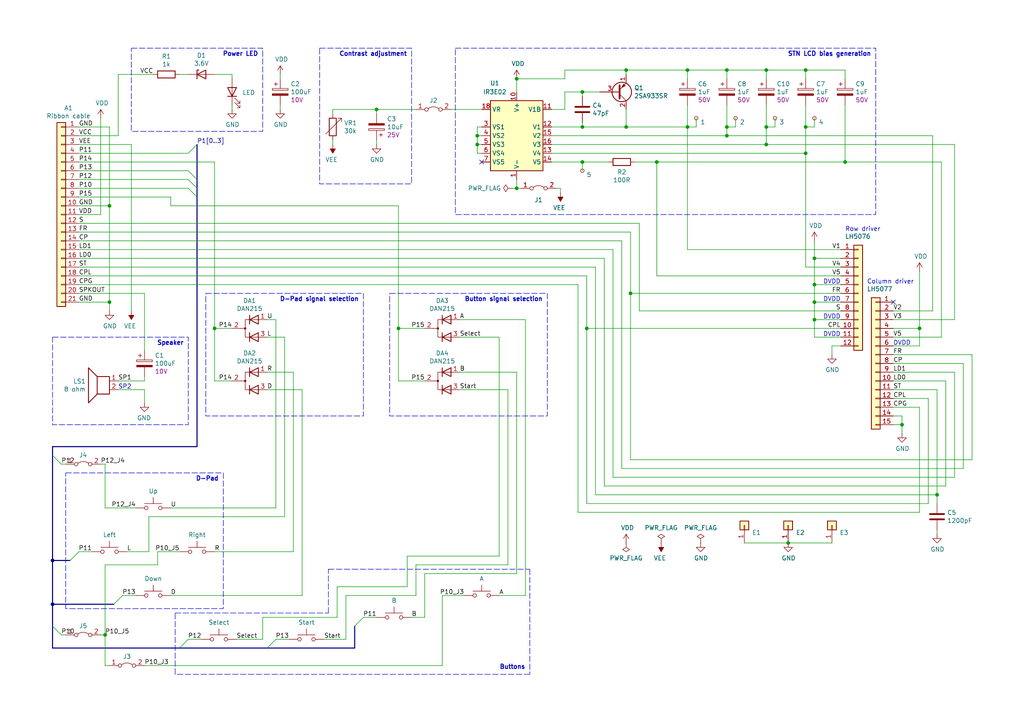
<source format=kicad_sch>
(kicad_sch (version 20230121) (generator eeschema)
  (paper "A4")
  (title_block (title "DMG-LCD-06") (date "2022-01-02") (rev "B") (company "https://gekkio.fi") (comment 1 "https://github.com/Gekkio/gb-schematics"))
  (lib_symbols
    (symbol "Connector:TestPoint_Small" (pin_numbers hide) (pin_names (offset 0.762) hide)
      (property "Reference" "TP" (at 0 3.81 0))
      (property "Value" "TestPoint_Small" (at 0 2.032 0))
      (symbol "TestPoint_Small_0_1"
        (circle (center 0 0) (radius 0.508))
      )
      (symbol "TestPoint_Small_1_1"
        (pin passive line (at 0 0 90) (length 0) (name "1") (number "1"))
      )
    )
    (symbol "Connector_Generic:Conn_01x01" (pin_names (offset 1.016) hide)
      (property "Reference" "J" (at 0 2.54 0))
      (property "Value" "Conn_01x01" (at 0 -2.54 0))
      (symbol "Conn_01x01_1_1"
        (rectangle (start -1.27 0.127) (end 0 -0.127) (stroke (width 0.1524)))
        (rectangle (start -1.27 1.27) (end 1.27 -1.27) (stroke (width 0.254)) (fill (type background)))
        (pin passive line (at -5.08 0 0) (length 3.81) (name "Pin_1") (number "1"))
      )
    )
    (symbol "Connector_Generic:Conn_01x12" (pin_names (offset 1.016) hide)
      (property "Reference" "J" (at 0 15.24 0))
      (property "Value" "Conn_01x12" (at 0 -17.78 0))
      (symbol "Conn_01x12_1_1"
        (rectangle (start -1.27 -15.113) (end 0 -15.367) (stroke (width 0.1524)))
        (rectangle (start -1.27 -12.573) (end 0 -12.827) (stroke (width 0.1524)))
        (rectangle (start -1.27 -10.033) (end 0 -10.287) (stroke (width 0.1524)))
        (rectangle (start -1.27 -7.493) (end 0 -7.747) (stroke (width 0.1524)))
        (rectangle (start -1.27 -4.953) (end 0 -5.207) (stroke (width 0.1524)))
        (rectangle (start -1.27 -2.413) (end 0 -2.667) (stroke (width 0.1524)))
        (rectangle (start -1.27 0.127) (end 0 -0.127) (stroke (width 0.1524)))
        (rectangle (start -1.27 2.667) (end 0 2.413) (stroke (width 0.1524)))
        (rectangle (start -1.27 5.207) (end 0 4.953) (stroke (width 0.1524)))
        (rectangle (start -1.27 7.747) (end 0 7.493) (stroke (width 0.1524)))
        (rectangle (start -1.27 10.287) (end 0 10.033) (stroke (width 0.1524)))
        (rectangle (start -1.27 12.827) (end 0 12.573) (stroke (width 0.1524)))
        (rectangle (start -1.27 13.97) (end 1.27 -16.51) (stroke (width 0.254)) (fill (type background)))
        (pin passive line (at -5.08 12.7 0) (length 3.81) (name "Pin_1") (number "1"))
        (pin passive line (at -5.08 -10.16 0) (length 3.81) (name "Pin_10") (number "10"))
        (pin passive line (at -5.08 -12.7 0) (length 3.81) (name "Pin_11") (number "11"))
        (pin passive line (at -5.08 -15.24 0) (length 3.81) (name "Pin_12") (number "12"))
        (pin passive line (at -5.08 10.16 0) (length 3.81) (name "Pin_2") (number "2"))
        (pin passive line (at -5.08 7.62 0) (length 3.81) (name "Pin_3") (number "3"))
        (pin passive line (at -5.08 5.08 0) (length 3.81) (name "Pin_4") (number "4"))
        (pin passive line (at -5.08 2.54 0) (length 3.81) (name "Pin_5") (number "5"))
        (pin passive line (at -5.08 0 0) (length 3.81) (name "Pin_6") (number "6"))
        (pin passive line (at -5.08 -2.54 0) (length 3.81) (name "Pin_7") (number "7"))
        (pin passive line (at -5.08 -5.08 0) (length 3.81) (name "Pin_8") (number "8"))
        (pin passive line (at -5.08 -7.62 0) (length 3.81) (name "Pin_9") (number "9"))
      )
    )
    (symbol "Connector_Generic:Conn_01x15" (pin_names (offset 1.016) hide)
      (property "Reference" "J" (at 0 20.32 0))
      (property "Value" "Conn_01x15" (at 0 -20.32 0))
      (symbol "Conn_01x15_1_1"
        (rectangle (start -1.27 -17.653) (end 0 -17.907) (stroke (width 0.1524)))
        (rectangle (start -1.27 -15.113) (end 0 -15.367) (stroke (width 0.1524)))
        (rectangle (start -1.27 -12.573) (end 0 -12.827) (stroke (width 0.1524)))
        (rectangle (start -1.27 -10.033) (end 0 -10.287) (stroke (width 0.1524)))
        (rectangle (start -1.27 -7.493) (end 0 -7.747) (stroke (width 0.1524)))
        (rectangle (start -1.27 -4.953) (end 0 -5.207) (stroke (width 0.1524)))
        (rectangle (start -1.27 -2.413) (end 0 -2.667) (stroke (width 0.1524)))
        (rectangle (start -1.27 0.127) (end 0 -0.127) (stroke (width 0.1524)))
        (rectangle (start -1.27 2.667) (end 0 2.413) (stroke (width 0.1524)))
        (rectangle (start -1.27 5.207) (end 0 4.953) (stroke (width 0.1524)))
        (rectangle (start -1.27 7.747) (end 0 7.493) (stroke (width 0.1524)))
        (rectangle (start -1.27 10.287) (end 0 10.033) (stroke (width 0.1524)))
        (rectangle (start -1.27 12.827) (end 0 12.573) (stroke (width 0.1524)))
        (rectangle (start -1.27 15.367) (end 0 15.113) (stroke (width 0.1524)))
        (rectangle (start -1.27 17.907) (end 0 17.653) (stroke (width 0.1524)))
        (rectangle (start -1.27 19.05) (end 1.27 -19.05) (stroke (width 0.254)) (fill (type background)))
        (pin passive line (at -5.08 17.78 0) (length 3.81) (name "Pin_1") (number "1"))
        (pin passive line (at -5.08 -5.08 0) (length 3.81) (name "Pin_10") (number "10"))
        (pin passive line (at -5.08 -7.62 0) (length 3.81) (name "Pin_11") (number "11"))
        (pin passive line (at -5.08 -10.16 0) (length 3.81) (name "Pin_12") (number "12"))
        (pin passive line (at -5.08 -12.7 0) (length 3.81) (name "Pin_13") (number "13"))
        (pin passive line (at -5.08 -15.24 0) (length 3.81) (name "Pin_14") (number "14"))
        (pin passive line (at -5.08 -17.78 0) (length 3.81) (name "Pin_15") (number "15"))
        (pin passive line (at -5.08 15.24 0) (length 3.81) (name "Pin_2") (number "2"))
        (pin passive line (at -5.08 12.7 0) (length 3.81) (name "Pin_3") (number "3"))
        (pin passive line (at -5.08 10.16 0) (length 3.81) (name "Pin_4") (number "4"))
        (pin passive line (at -5.08 7.62 0) (length 3.81) (name "Pin_5") (number "5"))
        (pin passive line (at -5.08 5.08 0) (length 3.81) (name "Pin_6") (number "6"))
        (pin passive line (at -5.08 2.54 0) (length 3.81) (name "Pin_7") (number "7"))
        (pin passive line (at -5.08 0 0) (length 3.81) (name "Pin_8") (number "8"))
        (pin passive line (at -5.08 -2.54 0) (length 3.81) (name "Pin_9") (number "9"))
      )
    )
    (symbol "Connector_Generic:Conn_01x21" (pin_names (offset 1.016) hide)
      (property "Reference" "J" (at 0 27.94 0))
      (property "Value" "Conn_01x21" (at 0 -27.94 0))
      (symbol "Conn_01x21_1_1"
        (rectangle (start -1.27 -25.273) (end 0 -25.527) (stroke (width 0.1524)))
        (rectangle (start -1.27 -22.733) (end 0 -22.987) (stroke (width 0.1524)))
        (rectangle (start -1.27 -20.193) (end 0 -20.447) (stroke (width 0.1524)))
        (rectangle (start -1.27 -17.653) (end 0 -17.907) (stroke (width 0.1524)))
        (rectangle (start -1.27 -15.113) (end 0 -15.367) (stroke (width 0.1524)))
        (rectangle (start -1.27 -12.573) (end 0 -12.827) (stroke (width 0.1524)))
        (rectangle (start -1.27 -10.033) (end 0 -10.287) (stroke (width 0.1524)))
        (rectangle (start -1.27 -7.493) (end 0 -7.747) (stroke (width 0.1524)))
        (rectangle (start -1.27 -4.953) (end 0 -5.207) (stroke (width 0.1524)))
        (rectangle (start -1.27 -2.413) (end 0 -2.667) (stroke (width 0.1524)))
        (rectangle (start -1.27 0.127) (end 0 -0.127) (stroke (width 0.1524)))
        (rectangle (start -1.27 2.667) (end 0 2.413) (stroke (width 0.1524)))
        (rectangle (start -1.27 5.207) (end 0 4.953) (stroke (width 0.1524)))
        (rectangle (start -1.27 7.747) (end 0 7.493) (stroke (width 0.1524)))
        (rectangle (start -1.27 10.287) (end 0 10.033) (stroke (width 0.1524)))
        (rectangle (start -1.27 12.827) (end 0 12.573) (stroke (width 0.1524)))
        (rectangle (start -1.27 15.367) (end 0 15.113) (stroke (width 0.1524)))
        (rectangle (start -1.27 17.907) (end 0 17.653) (stroke (width 0.1524)))
        (rectangle (start -1.27 20.447) (end 0 20.193) (stroke (width 0.1524)))
        (rectangle (start -1.27 22.987) (end 0 22.733) (stroke (width 0.1524)))
        (rectangle (start -1.27 25.527) (end 0 25.273) (stroke (width 0.1524)))
        (rectangle (start -1.27 26.67) (end 1.27 -26.67) (stroke (width 0.254)) (fill (type background)))
        (pin passive line (at -5.08 25.4 0) (length 3.81) (name "Pin_1") (number "1"))
        (pin passive line (at -5.08 2.54 0) (length 3.81) (name "Pin_10") (number "10"))
        (pin passive line (at -5.08 0 0) (length 3.81) (name "Pin_11") (number "11"))
        (pin passive line (at -5.08 -2.54 0) (length 3.81) (name "Pin_12") (number "12"))
        (pin passive line (at -5.08 -5.08 0) (length 3.81) (name "Pin_13") (number "13"))
        (pin passive line (at -5.08 -7.62 0) (length 3.81) (name "Pin_14") (number "14"))
        (pin passive line (at -5.08 -10.16 0) (length 3.81) (name "Pin_15") (number "15"))
        (pin passive line (at -5.08 -12.7 0) (length 3.81) (name "Pin_16") (number "16"))
        (pin passive line (at -5.08 -15.24 0) (length 3.81) (name "Pin_17") (number "17"))
        (pin passive line (at -5.08 -17.78 0) (length 3.81) (name "Pin_18") (number "18"))
        (pin passive line (at -5.08 -20.32 0) (length 3.81) (name "Pin_19") (number "19"))
        (pin passive line (at -5.08 22.86 0) (length 3.81) (name "Pin_2") (number "2"))
        (pin passive line (at -5.08 -22.86 0) (length 3.81) (name "Pin_20") (number "20"))
        (pin passive line (at -5.08 -25.4 0) (length 3.81) (name "Pin_21") (number "21"))
        (pin passive line (at -5.08 20.32 0) (length 3.81) (name "Pin_3") (number "3"))
        (pin passive line (at -5.08 17.78 0) (length 3.81) (name "Pin_4") (number "4"))
        (pin passive line (at -5.08 15.24 0) (length 3.81) (name "Pin_5") (number "5"))
        (pin passive line (at -5.08 12.7 0) (length 3.81) (name "Pin_6") (number "6"))
        (pin passive line (at -5.08 10.16 0) (length 3.81) (name "Pin_7") (number "7"))
        (pin passive line (at -5.08 7.62 0) (length 3.81) (name "Pin_8") (number "8"))
        (pin passive line (at -5.08 5.08 0) (length 3.81) (name "Pin_9") (number "9"))
      )
    )
    (symbol "Device:C" (pin_numbers hide) (pin_names (offset 0.254))
      (property "Reference" "C" (at 0.635 2.54 0))
      (property "Value" "C" (at 0.635 -2.54 0))
      (symbol "C_0_1"
        (polyline (pts (xy -2.032 -0.762) (xy 2.032 -0.762)) (stroke (width 0.508)))
        (polyline (pts (xy -2.032 0.762) (xy 2.032 0.762)) (stroke (width 0.508)))
      )
      (symbol "C_1_1"
        (pin passive line (at 0 3.81 270) (length 2.794) (name "~") (number "1"))
        (pin passive line (at 0 -3.81 90) (length 2.794) (name "~") (number "2"))
      )
    )
    (symbol "Device:C_Polarized" (pin_numbers hide) (pin_names (offset 0.254))
      (property "Reference" "C" (at 0.635 2.54 0))
      (property "Value" "C_Polarized" (at 0.635 -2.54 0))
      (symbol "C_Polarized_0_1"
        (rectangle (start -2.286 0.508) (end 2.286 1.016))
        (polyline (pts (xy -1.778 2.286) (xy -0.762 2.286)))
        (polyline (pts (xy -1.27 2.794) (xy -1.27 1.778)))
        (rectangle (start 2.286 -0.508) (end -2.286 -1.016) (fill (type outline)))
      )
      (symbol "C_Polarized_1_1"
        (pin passive line (at 0 3.81 270) (length 2.794) (name "~") (number "1"))
        (pin passive line (at 0 -3.81 90) (length 2.794) (name "~") (number "2"))
      )
    )
    (symbol "Device:D_Dual_CommonCathode_AKA_Parallel" (pin_names (offset 0.762) hide)
      (property "Reference" "D" (at 0 5.08 0))
      (property "Value" "D_Dual_CommonCathode_AKA_Parallel" (at 0 -5.08 0))
      (symbol "D_Dual_CommonCathode_AKA_Parallel_0_0"
        (polyline (pts (xy 0 -1.27) (xy 0 -3.81)) (stroke (width 0.254)))
        (polyline (pts (xy 0 3.81) (xy 0 1.27)) (stroke (width 0.254)))
      )
      (symbol "D_Dual_CommonCathode_AKA_Parallel_0_1"
        (polyline (pts (xy 1.27 0) (xy 2.54 0)))
        (polyline (pts (xy -2.54 -2.54) (xy 1.27 -2.54) (xy 1.27 2.54) (xy -2.54 2.54)))
        (polyline (pts (xy -2.54 -1.27) (xy 0 -2.54) (xy -2.54 -3.81) (xy -2.54 -1.27) (xy -2.54 -1.27) (xy -2.54 -1.27)) (stroke (width 0.254)))
        (polyline (pts (xy -2.54 3.81) (xy 0 2.54) (xy -2.54 1.27) (xy -2.54 3.81) (xy -2.54 3.81) (xy -2.54 3.81)) (stroke (width 0.254)))
        (circle (center 1.27 0) (radius 0.254) (fill (type outline)))
        (pin passive line (at -5.08 2.54 0) (length 2.54) (name "K") (number "1"))
        (pin passive line (at 5.08 0 180) (length 2.54) (name "A") (number "2"))
        (pin passive line (at -5.08 -2.54 0) (length 2.54) (name "K") (number "3"))
      )
    )
    (symbol "Device:D_Zener" (pin_numbers hide) (pin_names (offset 1.016) hide)
      (property "Reference" "D" (at 0 2.54 0))
      (property "Value" "D_Zener" (at 0 -2.54 0))
      (symbol "D_Zener_0_1"
        (polyline (pts (xy 1.27 0) (xy -1.27 0)))
        (polyline (pts (xy -1.27 -1.27) (xy -1.27 1.27) (xy -0.762 1.27)) (stroke (width 0.254)))
        (polyline (pts (xy 1.27 -1.27) (xy 1.27 1.27) (xy -1.27 0) (xy 1.27 -1.27)) (stroke (width 0.254)))
      )
      (symbol "D_Zener_1_1"
        (pin passive line (at -3.81 0 0) (length 2.54) (name "K") (number "1"))
        (pin passive line (at 3.81 0 180) (length 2.54) (name "A") (number "2"))
      )
    )
    (symbol "Device:LED" (pin_numbers hide) (pin_names (offset 1.016) hide)
      (property "Reference" "D" (at 0 2.54 0))
      (property "Value" "LED" (at 0 -2.54 0))
      (symbol "LED_0_1"
        (polyline (pts (xy -1.27 -1.27) (xy -1.27 1.27)) (stroke (width 0.254)))
        (polyline (pts (xy -1.27 0) (xy 1.27 0)))
        (polyline (pts (xy 1.27 -1.27) (xy 1.27 1.27) (xy -1.27 0) (xy 1.27 -1.27)) (stroke (width 0.254)))
        (polyline (pts (xy -3.048 -0.762) (xy -4.572 -2.286) (xy -3.81 -2.286) (xy -4.572 -2.286) (xy -4.572 -1.524)))
        (polyline (pts (xy -1.778 -0.762) (xy -3.302 -2.286) (xy -2.54 -2.286) (xy -3.302 -2.286) (xy -3.302 -1.524)))
      )
      (symbol "LED_1_1"
        (pin passive line (at -3.81 0 0) (length 2.54) (name "K") (number "1"))
        (pin passive line (at 3.81 0 180) (length 2.54) (name "A") (number "2"))
      )
    )
    (symbol "Device:Q_PNP_ECB" (pin_names (offset 0) hide)
      (property "Reference" "Q" (at 5.08 1.27 0))
      (property "Value" "Q_PNP_ECB" (at 5.08 -1.27 0))
      (symbol "Q_PNP_ECB_0_1"
        (polyline (pts (xy 0.635 0.635) (xy 2.54 2.54)))
        (polyline (pts (xy 0.635 -0.635) (xy 2.54 -2.54) (xy 2.54 -2.54)))
        (polyline (pts (xy 0.635 1.905) (xy 0.635 -1.905) (xy 0.635 -1.905)) (stroke (width 0.508)))
        (polyline (pts (xy 2.286 -1.778) (xy 1.778 -2.286) (xy 1.27 -1.27) (xy 2.286 -1.778) (xy 2.286 -1.778)) (fill (type outline)))
        (circle (center 1.27 0) (radius 2.8194) (stroke (width 0.254)))
      )
      (symbol "Q_PNP_ECB_1_1"
        (pin passive line (at 2.54 -5.08 90) (length 2.54) (name "E") (number "1"))
        (pin passive line (at 2.54 5.08 270) (length 2.54) (name "C") (number "2"))
        (pin input line (at -5.08 0 0) (length 5.715) (name "B") (number "3"))
      )
    )
    (symbol "Device:R" (pin_numbers hide) (pin_names (offset 0))
      (property "Reference" "R" (at 2.032 0 90))
      (property "Value" "R" (at 0 0 90))
      (symbol "R_0_1"
        (rectangle (start -1.016 -2.54) (end 1.016 2.54) (stroke (width 0.254)))
      )
      (symbol "R_1_1"
        (pin passive line (at 0 3.81 270) (length 1.27) (name "~") (number "1"))
        (pin passive line (at 0 -3.81 90) (length 1.27) (name "~") (number "2"))
      )
    )
    (symbol "Device:R_Variable" (pin_numbers hide) (pin_names (offset 0))
      (property "Reference" "R" (at 2.54 -2.54 90))
      (property "Value" "R_Variable" (at -2.54 -1.27 90))
      (symbol "R_Variable_0_1"
        (rectangle (start -1.016 -2.54) (end 1.016 2.54) (stroke (width 0.254)))
        (polyline (pts (xy 2.54 1.524) (xy 2.54 2.54) (xy 1.524 2.54) (xy 2.54 2.54) (xy -2.032 -2.032)))
      )
      (symbol "R_Variable_1_1"
        (pin passive line (at 0 3.81 270) (length 1.27) (name "~") (number "1"))
        (pin passive line (at 0 -3.81 90) (length 1.27) (name "~") (number "2"))
      )
    )
    (symbol "Device:Speaker" (pin_names (offset 0) hide)
      (property "Reference" "LS" (at 1.27 5.715 0))
      (property "Value" "Speaker" (at 1.27 3.81 0))
      (symbol "Speaker_0_0"
        (rectangle (start -2.54 1.27) (end 1.016 -3.81) (stroke (width 0.254)))
        (polyline (pts (xy 1.016 1.27) (xy 3.556 3.81) (xy 3.556 -6.35) (xy 1.016 -3.81)) (stroke (width 0.254)))
      )
      (symbol "Speaker_1_1"
        (pin input line (at -5.08 0 0) (length 2.54) (name "1") (number "1"))
        (pin input line (at -5.08 -2.54 0) (length 2.54) (name "2") (number "2"))
      )
    )
    (symbol "Gekkio_Regulator_Linear:IR3E02"
      (property "Reference" "U" (at -7.62 11.43 0))
      (property "Value" "IR3E02" (at 1.27 11.43 0))
      (symbol "IR3E02_0_1"
        (rectangle (start -7.62 10.16) (end 7.62 -10.16) (stroke (width 0.254)) (fill (type background)))
      )
      (symbol "IR3E02_1_1"
        (pin power_in line (at 0 -12.7 90) (length 2.54) (name "V-") (number "1"))
        (pin power_in line (at 0 12.7 270) (length 2.54) (name "V+") (number "10"))
        (pin output line (at 10.16 7.62 180) (length 2.54) (name "V1B") (number "11"))
        (pin input line (at 10.16 2.54 180) (length 2.54) (name "V1") (number "12"))
        (pin output line (at 10.16 -5.08 180) (length 2.54) (name "V4") (number "13"))
        (pin output line (at 10.16 -7.62 180) (length 2.54) (name "V5") (number "14"))
        (pin output line (at 10.16 0 180) (length 2.54) (name "V2") (number "15"))
        (pin output line (at 10.16 -2.54 180) (length 2.54) (name "V3") (number "16"))
        (pin input line (at -10.16 7.62 0) (length 2.54) (name "VR") (number "18"))
        (pin no_connect line (at -2.54 -10.16 90) (length 2.54) hide (name "NC") (number "2"))
        (pin passive line (at -10.16 2.54 0) (length 2.54) (name "VS1") (number "3"))
        (pin passive line (at -10.16 0 0) (length 2.54) (name "VS2") (number "4"))
        (pin passive line (at -10.16 -2.54 0) (length 2.54) (name "VS3") (number "5"))
        (pin passive line (at -10.16 -5.08 0) (length 2.54) (name "VS4") (number "6"))
        (pin passive line (at -10.16 -7.62 0) (length 2.54) (name "VS5") (number "7"))
        (pin no_connect line (at 2.54 -10.16 90) (length 2.54) hide (name "NC") (number "8"))
        (pin passive line (at 0 -12.7 90) (length 2.54) hide (name "V-") (number "9"))
      )
    )
    (symbol "Jumper:Jumper_2_Bridged" (pin_names (offset 0) hide)
      (property "Reference" "JP" (at 0 1.905 0))
      (property "Value" "Jumper_2_Bridged" (at 0 -2.54 0))
      (symbol "Jumper_2_Bridged_0_0"
        (circle (center -2.032 0) (radius 0.508))
        (circle (center 2.032 0) (radius 0.508))
      )
      (symbol "Jumper_2_Bridged_0_1"
        (arc (start 1.524 0.254) (mid 0 0.762) (end -1.524 0.254))
      )
      (symbol "Jumper_2_Bridged_1_1"
        (pin passive line (at -5.08 0 0) (length 2.54) (name "A") (number "1"))
        (pin passive line (at 5.08 0 180) (length 2.54) (name "B") (number "2"))
      )
    )
    (symbol "Switch:SW_Push" (pin_numbers hide) (pin_names (offset 1.016) hide)
      (property "Reference" "SW" (at 1.27 2.54 0))
      (property "Value" "SW_Push" (at 0 -1.524 0))
      (symbol "SW_Push_0_1"
        (circle (center -2.032 0) (radius 0.508))
        (polyline (pts (xy 0 1.27) (xy 0 3.048)))
        (polyline (pts (xy 2.54 1.27) (xy -2.54 1.27)))
        (circle (center 2.032 0) (radius 0.508))
        (pin passive line (at -5.08 0 0) (length 2.54) (name "1") (number "1"))
        (pin passive line (at 5.08 0 180) (length 2.54) (name "2") (number "2"))
      )
    )
    (symbol "power:GND" (power) (pin_names (offset 0))
      (property "Value" "GND" (at 0 -3.81 0))
      (symbol "GND_0_1"
        (polyline (pts (xy 0 0) (xy 0 -1.27) (xy 1.27 -1.27) (xy 0 -2.54) (xy -1.27 -1.27) (xy 0 -1.27)))
      )
      (symbol "GND_1_1"
        (pin power_in line (at 0 0 270) (length 0) hide (name "GND") (number "1"))
      )
    )
    (symbol "power:PWR_FLAG" (power) (pin_numbers hide) (pin_names (offset 0) hide)
      (property "Value" "PWR_FLAG" (at 0 3.81 0))
      (symbol "PWR_FLAG_0_0"
        (pin power_out line (at 0 0 90) (length 0) (name "pwr") (number "1"))
      )
      (symbol "PWR_FLAG_0_1"
        (polyline (pts (xy 0 0) (xy 0 1.27) (xy -1.016 1.905) (xy 0 2.54) (xy 1.016 1.905) (xy 0 1.27)))
      )
    )
    (symbol "power:VDD" (power) (pin_names (offset 0))
      (property "Value" "VDD" (at 0 3.81 0))
      (symbol "VDD_0_1"
        (polyline (pts (xy -0.762 1.27) (xy 0 2.54)))
        (polyline (pts (xy 0 0) (xy 0 2.54)))
        (polyline (pts (xy 0 2.54) (xy 0.762 1.27)))
      )
      (symbol "VDD_1_1"
        (pin power_in line (at 0 0 90) (length 0) hide (name "VDD") (number "1"))
      )
    )
    (symbol "power:VEE" (power) (pin_names (offset 0))
      (property "Value" "VEE" (at 0 3.81 0))
      (symbol "VEE_0_1"
        (polyline (pts (xy 0 0) (xy 0 2.54)))
        (polyline (pts (xy 0.762 1.27) (xy -0.762 1.27) (xy 0 2.54) (xy 0.762 1.27)) (fill (type outline)))
      )
      (symbol "VEE_1_1"
        (pin power_in line (at 0 0 90) (length 0) hide (name "VEE") (number "1"))
      )
    )
  )
  (junction (at 222.25 41.91))
  (junction (at 271.78 143.51))
  (junction (at 62.23 95.25))
  (junction (at 245.11 46.99))
  (junction (at 168.91 46.99))
  (junction (at 30.48 184.15))
  (junction (at 168.91 36.83))
  (junction (at 266.7 95.25))
  (junction (at 31.75 87.63))
  (junction (at 190.5 46.99))
  (junction (at 233.68 36.83))
  (junction (at 236.22 82.55))
  (junction (at 233.68 20.32))
  (junction (at 149.86 54.61))
  (junction (at 222.25 20.32))
  (junction (at 109.22 31.75))
  (junction (at 149.86 22.86))
  (junction (at 210.82 20.32))
  (junction (at 199.39 20.32))
  (junction (at 115.57 95.25))
  (junction (at 181.61 36.83))
  (junction (at 222.25 36.83))
  (junction (at 170.18 95.25))
  (junction (at 199.39 36.83))
  (junction (at 210.82 36.83))
  (junction (at 181.61 20.32))
  (junction (at 15.24 162.56))
  (junction (at 31.75 59.69))
  (junction (at 182.88 85.09))
  (junction (at 138.43 41.91))
  (junction (at 15.24 175.26))
  (junction (at 236.22 87.63))
  (junction (at 168.91 26.67))
  (junction (at 138.43 39.37))
  (junction (at 236.22 74.93))
  (junction (at 261.62 123.19))
  (junction (at 210.82 39.37))
  (junction (at 233.68 44.45))
  (junction (at 236.22 92.71))
  (junction (at 228.6 157.48))
  (no_connect (at 139.7 46.99))
  (no_connect (at 259.08 87.63))
  (bus_entry (at 33.02 175.26) (size 2.54 -2.54))
  (bus_entry (at 102.87 181.61) (size 2.54 -2.54))
  (bus_entry (at 15.24 132.08) (size 2.54 2.54))
  (bus_entry (at 54.61 44.45) (size 2.54 -2.54))
  (bus_entry (at 20.32 162.56) (size 2.54 -2.54))
  (bus_entry (at 54.61 49.53) (size 2.54 2.54))
  (bus_entry (at 52.07 187.96) (size 2.54 -2.54))
  (bus_entry (at 54.61 52.07) (size 2.54 2.54))
  (bus_entry (at 15.24 181.61) (size 2.54 2.54))
  (bus_entry (at 54.61 54.61) (size 2.54 2.54))
  (bus_entry (at 77.47 187.96) (size 2.54 -2.54))
  (bus (pts (xy 15.24 129.54) (xy 57.15 129.54)))
  (wire (pts (xy 22.86 39.37) (xy 34.29 39.37)))
  (bus (pts (xy 57.15 41.91) (xy 57.15 52.07)))
  (wire (pts (xy 182.88 67.31) (xy 182.88 85.09)))
  (wire (pts (xy 185.42 64.77) (xy 185.42 90.17)))
  (wire (pts (xy 97.79 170.18) (xy 118.11 170.18)))
  (wire (pts (xy 22.86 49.53) (xy 54.61 49.53)))
  (wire (pts (xy 160.02 41.91) (xy 222.25 41.91)))
  (wire (pts (xy 241.3 100.33) (xy 243.84 100.33)))
  (wire (pts (xy 261.62 125.73) (xy 261.62 123.19)))
  (wire (pts (xy 259.08 113.03) (xy 271.78 113.03)))
  (wire (pts (xy 29.21 134.62) (xy 30.48 134.62)))
  (wire (pts (xy 281.94 102.87) (xy 281.94 133.35)))
  (wire (pts (xy 67.31 31.75) (xy 67.31 30.48)))
  (wire (pts (xy 199.39 36.83) (xy 201.93 36.83)))
  (wire (pts (xy 80.01 92.71) (xy 80.01 147.32)))
  (wire (pts (xy 96.52 33.02) (xy 96.52 31.75)))
  (wire (pts (xy 213.36 36.83) (xy 213.36 34.29)))
  (wire (pts (xy 77.47 97.79) (xy 82.55 97.79)))
  (wire (pts (xy 22.86 80.01) (xy 170.18 80.01)))
  (wire (pts (xy 31.75 87.63) (xy 31.75 90.17)))
  (wire (pts (xy 168.91 35.56) (xy 168.91 36.83)))
  (bus (pts (xy 57.15 52.07) (xy 57.15 54.61)))
  (wire (pts (xy 222.25 41.91) (xy 276.86 41.91)))
  (wire (pts (xy 41.91 193.04) (xy 128.27 193.04)))
  (wire (pts (xy 96.52 41.91) (xy 96.52 40.64)))
  (wire (pts (xy 199.39 20.32) (xy 199.39 22.86)))
  (wire (pts (xy 80.01 147.32) (xy 49.53 147.32)))
  (wire (pts (xy 168.91 26.67) (xy 173.99 26.67)))
  (wire (pts (xy 31.75 87.63) (xy 31.75 59.69)))
  (wire (pts (xy 139.7 41.91) (xy 138.43 41.91)))
  (bus (pts (xy 57.15 57.15) (xy 57.15 129.54)))
  (wire (pts (xy 22.86 41.91) (xy 38.1 41.91)))
  (wire (pts (xy 22.86 54.61) (xy 54.61 54.61)))
  (wire (pts (xy 100.33 172.72) (xy 120.65 172.72)))
  (wire (pts (xy 68.58 185.42) (xy 76.2 185.42)))
  (wire (pts (xy 233.68 36.83) (xy 236.22 36.83)))
  (wire (pts (xy 228.6 157.48) (xy 215.9 157.48)))
  (wire (pts (xy 22.86 87.63) (xy 31.75 87.63)))
  (wire (pts (xy 271.78 146.05) (xy 271.78 143.51)))
  (wire (pts (xy 45.72 163.83) (xy 30.48 163.83)))
  (wire (pts (xy 259.08 110.49) (xy 274.32 110.49)))
  (wire (pts (xy 259.08 97.79) (xy 273.05 97.79)))
  (wire (pts (xy 163.83 20.32) (xy 163.83 22.86)))
  (wire (pts (xy 49.53 59.69) (xy 115.57 59.69)))
  (wire (pts (xy 210.82 39.37) (xy 270.51 39.37)))
  (wire (pts (xy 170.18 95.25) (xy 170.18 146.05)))
  (wire (pts (xy 276.86 41.91) (xy 276.86 92.71)))
  (wire (pts (xy 62.23 95.25) (xy 62.23 110.49)))
  (wire (pts (xy 181.61 36.83) (xy 199.39 36.83)))
  (wire (pts (xy 152.4 92.71) (xy 133.35 92.71)))
  (polyline (pts (xy 95.25 165.1) (xy 153.67 165.1)) (stroke (width 0) (type dash)))
  (wire (pts (xy 259.08 100.33) (xy 266.7 100.33)))
  (wire (pts (xy 148.59 54.61) (xy 149.86 54.61)))
  (wire (pts (xy 210.82 36.83) (xy 213.36 36.83)))
  (wire (pts (xy 233.68 36.83) (xy 233.68 44.45)))
  (wire (pts (xy 266.7 95.25) (xy 266.7 78.74)))
  (wire (pts (xy 163.83 22.86) (xy 149.86 22.86)))
  (wire (pts (xy 41.91 116.84) (xy 41.91 113.03)))
  (wire (pts (xy 19.05 184.15) (xy 17.78 184.15)))
  (wire (pts (xy 259.08 120.65) (xy 261.62 120.65)))
  (wire (pts (xy 182.88 85.09) (xy 182.88 133.35)))
  (wire (pts (xy 22.86 72.39) (xy 177.8 72.39)))
  (wire (pts (xy 168.91 36.83) (xy 181.61 36.83)))
  (wire (pts (xy 279.4 105.41) (xy 279.4 135.89)))
  (wire (pts (xy 271.78 154.94) (xy 271.78 153.67)))
  (wire (pts (xy 96.52 31.75) (xy 109.22 31.75)))
  (wire (pts (xy 266.7 100.33) (xy 266.7 95.25)))
  (wire (pts (xy 123.19 95.25) (xy 115.57 95.25)))
  (wire (pts (xy 34.29 110.49) (xy 41.91 110.49)))
  (wire (pts (xy 83.82 185.42) (xy 80.01 185.42)))
  (wire (pts (xy 222.25 20.32) (xy 222.25 22.86)))
  (wire (pts (xy 22.86 67.31) (xy 182.88 67.31)))
  (wire (pts (xy 115.57 95.25) (xy 115.57 59.69)))
  (wire (pts (xy 241.3 102.87) (xy 241.3 100.33)))
  (wire (pts (xy 245.11 20.32) (xy 245.11 22.86)))
  (polyline (pts (xy 153.67 195.58) (xy 50.8 195.58)) (stroke (width 0) (type dash)))
  (wire (pts (xy 41.91 113.03) (xy 34.29 113.03)))
  (wire (pts (xy 52.07 21.59) (xy 54.61 21.59)))
  (wire (pts (xy 270.51 90.17) (xy 259.08 90.17)))
  (wire (pts (xy 276.86 92.71) (xy 259.08 92.71)))
  (wire (pts (xy 119.38 179.07) (xy 123.19 179.07)))
  (wire (pts (xy 29.21 34.29) (xy 29.21 62.23)))
  (wire (pts (xy 123.19 166.37) (xy 149.86 166.37)))
  (wire (pts (xy 236.22 87.63) (xy 243.84 87.63)))
  (wire (pts (xy 87.63 172.72) (xy 87.63 113.03)))
  (wire (pts (xy 67.31 95.25) (xy 62.23 95.25)))
  (wire (pts (xy 245.11 46.99) (xy 273.05 46.99)))
  (wire (pts (xy 245.11 30.48) (xy 245.11 46.99)))
  (wire (pts (xy 269.24 115.57) (xy 269.24 146.05)))
  (wire (pts (xy 85.09 107.95) (xy 85.09 160.02)))
  (wire (pts (xy 26.67 160.02) (xy 22.86 160.02)))
  (wire (pts (xy 190.5 80.01) (xy 190.5 46.99)))
  (wire (pts (xy 236.22 36.83) (xy 236.22 34.29)))
  (wire (pts (xy 49.53 57.15) (xy 49.53 59.69)))
  (wire (pts (xy 236.22 69.85) (xy 236.22 74.93)))
  (wire (pts (xy 109.22 179.07) (xy 105.41 179.07)))
  (wire (pts (xy 139.7 36.83) (xy 138.43 36.83)))
  (bus (pts (xy 33.02 175.26) (xy 15.24 175.26)))
  (wire (pts (xy 115.57 110.49) (xy 115.57 95.25)))
  (wire (pts (xy 163.83 31.75) (xy 163.83 26.67)))
  (wire (pts (xy 270.51 39.37) (xy 270.51 90.17)))
  (bus (pts (xy 15.24 162.56) (xy 15.24 175.26)))
  (wire (pts (xy 149.86 107.95) (xy 133.35 107.95)))
  (wire (pts (xy 97.79 179.07) (xy 97.79 170.18)))
  (wire (pts (xy 222.25 36.83) (xy 224.79 36.83)))
  (wire (pts (xy 236.22 92.71) (xy 243.84 92.71)))
  (wire (pts (xy 175.26 140.97) (xy 274.32 140.97)))
  (wire (pts (xy 273.05 46.99) (xy 273.05 97.79)))
  (wire (pts (xy 38.1 41.91) (xy 38.1 90.17)))
  (wire (pts (xy 149.86 52.07) (xy 149.86 54.61)))
  (wire (pts (xy 170.18 146.05) (xy 269.24 146.05)))
  (wire (pts (xy 233.68 77.47) (xy 243.84 77.47)))
  (wire (pts (xy 181.61 20.32) (xy 163.83 20.32)))
  (wire (pts (xy 243.84 80.01) (xy 190.5 80.01)))
  (bus (pts (xy 15.24 175.26) (xy 15.24 181.61)))
  (wire (pts (xy 170.18 80.01) (xy 170.18 95.25)))
  (wire (pts (xy 30.48 134.62) (xy 30.48 147.32)))
  (wire (pts (xy 138.43 44.45) (xy 139.7 44.45)))
  (wire (pts (xy 81.28 31.75) (xy 81.28 30.48)))
  (wire (pts (xy 29.21 184.15) (xy 30.48 184.15)))
  (wire (pts (xy 139.7 39.37) (xy 138.43 39.37)))
  (wire (pts (xy 52.07 160.02) (xy 45.72 160.02)))
  (wire (pts (xy 123.19 179.07) (xy 123.19 166.37)))
  (wire (pts (xy 128.27 172.72) (xy 134.62 172.72)))
  (wire (pts (xy 236.22 97.79) (xy 243.84 97.79)))
  (wire (pts (xy 236.22 97.79) (xy 236.22 92.71)))
  (wire (pts (xy 77.47 107.95) (xy 85.09 107.95)))
  (wire (pts (xy 236.22 82.55) (xy 243.84 82.55)))
  (wire (pts (xy 181.61 31.75) (xy 181.61 36.83)))
  (wire (pts (xy 30.48 184.15) (xy 30.48 193.04)))
  (bus (pts (xy 52.07 187.96) (xy 77.47 187.96)))
  (wire (pts (xy 172.72 143.51) (xy 172.72 77.47)))
  (wire (pts (xy 144.78 97.79) (xy 133.35 97.79)))
  (wire (pts (xy 22.86 82.55) (xy 167.64 82.55)))
  (wire (pts (xy 76.2 179.07) (xy 97.79 179.07)))
  (wire (pts (xy 162.56 54.61) (xy 161.29 54.61)))
  (bus (pts (xy 15.24 129.54) (xy 15.24 132.08)))
  (wire (pts (xy 279.4 135.89) (xy 180.34 135.89)))
  (wire (pts (xy 261.62 123.19) (xy 259.08 123.19)))
  (wire (pts (xy 85.09 160.02) (xy 62.23 160.02)))
  (wire (pts (xy 177.8 138.43) (xy 276.86 138.43)))
  (wire (pts (xy 22.86 74.93) (xy 175.26 74.93)))
  (wire (pts (xy 81.28 21.59) (xy 81.28 22.86)))
  (wire (pts (xy 160.02 46.99) (xy 168.91 46.99)))
  (bus (pts (xy 77.47 187.96) (xy 102.87 187.96)))
  (wire (pts (xy 39.37 172.72) (xy 35.56 172.72)))
  (wire (pts (xy 210.82 36.83) (xy 210.82 39.37)))
  (wire (pts (xy 49.53 172.72) (xy 87.63 172.72)))
  (wire (pts (xy 199.39 30.48) (xy 199.39 36.83)))
  (wire (pts (xy 41.91 101.6) (xy 41.91 85.09)))
  (polyline (pts (xy 95.25 177.8) (xy 95.25 165.1)) (stroke (width 0) (type dash)))
  (wire (pts (xy 118.11 161.29) (xy 144.78 161.29)))
  (wire (pts (xy 123.19 110.49) (xy 115.57 110.49)))
  (wire (pts (xy 22.86 85.09) (xy 41.91 85.09)))
  (wire (pts (xy 87.63 113.03) (xy 77.47 113.03)))
  (wire (pts (xy 54.61 52.07) (xy 22.86 52.07)))
  (wire (pts (xy 62.23 21.59) (xy 67.31 21.59)))
  (wire (pts (xy 233.68 44.45) (xy 233.68 77.47)))
  (wire (pts (xy 22.86 59.69) (xy 31.75 59.69)))
  (wire (pts (xy 62.23 46.99) (xy 62.23 95.25)))
  (wire (pts (xy 130.81 31.75) (xy 139.7 31.75)))
  (wire (pts (xy 22.86 46.99) (xy 62.23 46.99)))
  (wire (pts (xy 168.91 27.94) (xy 168.91 26.67)))
  (wire (pts (xy 236.22 87.63) (xy 236.22 92.71)))
  (wire (pts (xy 160.02 39.37) (xy 210.82 39.37)))
  (wire (pts (xy 41.91 110.49) (xy 41.91 109.22)))
  (wire (pts (xy 22.86 57.15) (xy 49.53 57.15)))
  (wire (pts (xy 43.18 149.86) (xy 82.55 149.86)))
  (wire (pts (xy 172.72 143.51) (xy 271.78 143.51)))
  (wire (pts (xy 147.32 113.03) (xy 133.35 113.03)))
  (polyline (pts (xy 50.8 195.58) (xy 50.8 177.8)) (stroke (width 0) (type dash)))
  (wire (pts (xy 210.82 20.32) (xy 199.39 20.32)))
  (wire (pts (xy 222.25 36.83) (xy 222.25 41.91)))
  (wire (pts (xy 259.08 102.87) (xy 281.94 102.87)))
  (wire (pts (xy 22.86 44.45) (xy 54.61 44.45)))
  (wire (pts (xy 168.91 49.53) (xy 168.91 46.99)))
  (wire (pts (xy 19.05 134.62) (xy 17.78 134.62)))
  (wire (pts (xy 276.86 138.43) (xy 276.86 107.95)))
  (wire (pts (xy 30.48 147.32) (xy 39.37 147.32)))
  (wire (pts (xy 149.86 54.61) (xy 151.13 54.61)))
  (wire (pts (xy 77.47 92.71) (xy 80.01 92.71)))
  (wire (pts (xy 149.86 107.95) (xy 149.86 166.37)))
  (wire (pts (xy 76.2 185.42) (xy 76.2 179.07)))
  (wire (pts (xy 201.93 34.29) (xy 201.93 36.83)))
  (bus (pts (xy 57.15 54.61) (xy 57.15 57.15)))
  (wire (pts (xy 128.27 193.04) (xy 128.27 172.72)))
  (wire (pts (xy 199.39 20.32) (xy 181.61 20.32)))
  (wire (pts (xy 245.11 20.32) (xy 233.68 20.32)))
  (wire (pts (xy 67.31 21.59) (xy 67.31 22.86)))
  (wire (pts (xy 22.86 69.85) (xy 180.34 69.85)))
  (bus (pts (xy 15.24 132.08) (xy 15.24 162.56)))
  (wire (pts (xy 138.43 36.83) (xy 138.43 39.37)))
  (wire (pts (xy 222.25 30.48) (xy 222.25 36.83)))
  (wire (pts (xy 118.11 170.18) (xy 118.11 161.29)))
  (wire (pts (xy 266.7 148.59) (xy 167.64 148.59)))
  (bus (pts (xy 102.87 187.96) (xy 102.87 181.61)))
  (wire (pts (xy 185.42 90.17) (xy 243.84 90.17)))
  (wire (pts (xy 259.08 105.41) (xy 279.4 105.41)))
  (wire (pts (xy 210.82 30.48) (xy 210.82 36.83)))
  (wire (pts (xy 45.72 160.02) (xy 45.72 163.83)))
  (wire (pts (xy 241.3 157.48) (xy 228.6 157.48)))
  (wire (pts (xy 22.86 64.77) (xy 185.42 64.77)))
  (wire (pts (xy 163.83 26.67) (xy 168.91 26.67)))
  (wire (pts (xy 199.39 72.39) (xy 243.84 72.39)))
  (wire (pts (xy 168.91 46.99) (xy 176.53 46.99)))
  (wire (pts (xy 144.78 172.72) (xy 152.4 172.72)))
  (wire (pts (xy 182.88 85.09) (xy 243.84 85.09)))
  (wire (pts (xy 160.02 36.83) (xy 168.91 36.83)))
  (wire (pts (xy 259.08 118.11) (xy 266.7 118.11)))
  (wire (pts (xy 182.88 133.35) (xy 281.94 133.35)))
  (wire (pts (xy 160.02 31.75) (xy 163.83 31.75)))
  (wire (pts (xy 210.82 20.32) (xy 210.82 22.86)))
  (wire (pts (xy 167.64 82.55) (xy 167.64 148.59)))
  (wire (pts (xy 190.5 46.99) (xy 245.11 46.99)))
  (wire (pts (xy 181.61 20.32) (xy 181.61 21.59)))
  (wire (pts (xy 82.55 97.79) (xy 82.55 149.86)))
  (wire (pts (xy 236.22 74.93) (xy 243.84 74.93)))
  (wire (pts (xy 138.43 39.37) (xy 138.43 41.91)))
  (bus (pts (xy 20.32 162.56) (xy 15.24 162.56)))
  (wire (pts (xy 224.79 36.83) (xy 224.79 34.29)))
  (wire (pts (xy 58.42 185.42) (xy 54.61 185.42)))
  (wire (pts (xy 100.33 185.42) (xy 100.33 172.72)))
  (wire (pts (xy 31.75 36.83) (xy 22.86 36.83)))
  (wire (pts (xy 261.62 120.65) (xy 261.62 123.19)))
  (wire (pts (xy 236.22 82.55) (xy 236.22 87.63)))
  (wire (pts (xy 147.32 113.03) (xy 147.32 163.83)))
  (wire (pts (xy 175.26 140.97) (xy 175.26 74.93)))
  (wire (pts (xy 109.22 33.02) (xy 109.22 31.75)))
  (polyline (pts (xy 153.67 165.1) (xy 153.67 195.58)) (stroke (width 0) (type dash)))
  (wire (pts (xy 120.65 31.75) (xy 109.22 31.75)))
  (polyline (pts (xy 50.8 177.8) (xy 95.25 177.8)) (stroke (width 0) (type dash)))
  (wire (pts (xy 43.18 160.02) (xy 43.18 149.86)))
  (wire (pts (xy 30.48 193.04) (xy 31.75 193.04)))
  (wire (pts (xy 160.02 44.45) (xy 233.68 44.45)))
  (bus (pts (xy 15.24 187.96) (xy 52.07 187.96)))
  (wire (pts (xy 271.78 113.03) (xy 271.78 143.51)))
  (wire (pts (xy 177.8 72.39) (xy 177.8 138.43)))
  (wire (pts (xy 236.22 74.93) (xy 236.22 82.55)))
  (wire (pts (xy 180.34 135.89) (xy 180.34 69.85)))
  (wire (pts (xy 259.08 115.57) (xy 269.24 115.57)))
  (wire (pts (xy 147.32 163.83) (xy 120.65 163.83)))
  (wire (pts (xy 149.86 22.86) (xy 149.86 26.67)))
  (wire (pts (xy 138.43 41.91) (xy 138.43 44.45)))
  (wire (pts (xy 233.68 30.48) (xy 233.68 36.83)))
  (wire (pts (xy 22.86 77.47) (xy 172.72 77.47)))
  (wire (pts (xy 109.22 41.91) (xy 109.22 40.64)))
  (wire (pts (xy 162.56 55.88) (xy 162.56 54.61)))
  (wire (pts (xy 44.45 21.59) (xy 34.29 21.59)))
  (wire (pts (xy 144.78 97.79) (xy 144.78 161.29)))
  (wire (pts (xy 190.5 46.99) (xy 184.15 46.99)))
  (wire (pts (xy 36.83 160.02) (xy 43.18 160.02)))
  (wire (pts (xy 222.25 20.32) (xy 210.82 20.32)))
  (wire (pts (xy 22.86 62.23) (xy 29.21 62.23)))
  (wire (pts (xy 152.4 92.71) (xy 152.4 172.72)))
  (wire (pts (xy 34.29 21.59) (xy 34.29 39.37)))
  (wire (pts (xy 259.08 95.25) (xy 266.7 95.25)))
  (wire (pts (xy 199.39 36.83) (xy 199.39 72.39)))
  (wire (pts (xy 30.48 163.83) (xy 30.48 184.15)))
  (wire (pts (xy 266.7 118.11) (xy 266.7 148.59)))
  (wire (pts (xy 170.18 95.25) (xy 243.84 95.25)))
  (wire (pts (xy 62.23 110.49) (xy 67.31 110.49)))
  (wire (pts (xy 276.86 107.95) (xy 259.08 107.95)))
  (wire (pts (xy 120.65 172.72) (xy 120.65 163.83)))
  (wire (pts (xy 233.68 20.32) (xy 222.25 20.32)))
  (wire (pts (xy 31.75 59.69) (xy 31.75 36.83)))
  (bus (pts (xy 15.24 181.61) (xy 15.24 187.96)))
  (wire (pts (xy 93.98 185.42) (xy 100.33 185.42)))
  (wire (pts (xy 233.68 20.32) (xy 233.68 22.86)))
  (wire (pts (xy 274.32 110.49) (xy 274.32 140.97)))
  (rectangle (start 19.05 137.16) (end 64.77 176.53) (stroke (width 0) (type dash)))
  (rectangle (start 15.24 97.79) (end 54.61 123.19) (stroke (width 0) (type dash)))
  (rectangle (start 92.71 13.97) (end 119.38 53.34) (stroke (width 0) (type dash)))
  (rectangle (start 132.08 13.97) (end 254 62.23) (stroke (width 0) (type dash)))
  (rectangle (start 59.69 85.09) (end 105.41 120.65) (stroke (width 0) (type dash)))
  (rectangle (start 113.03 85.09) (end 158.75 120.65) (stroke (width 0) (type dash)))
  (rectangle (start 38.1 13.97) (end 76.2 38.1) (stroke (width 0) (type dash)))
  (text "DVDD" (at 243.84 92.71 0) (effects (font (size 1.27 1.27)) (justify right bottom)))
  (text "Contrast adjustment" (at 118.11 16.51 0) (effects (font (size 1.27 1.27) (thickness 0.254) bold) (justify right bottom)))
  (text "Row driver" (at 245.11 67.31 0) (effects (font (size 1.27 1.27)) (justify left bottom)))
  (text "STN LCD bias generation" (at 252.73 16.51 0) (effects (font (size 1.27 1.27) (thickness 0.254) bold) (justify right bottom)))
  (text "Column driver" (at 251.46 82.55 0) (effects (font (size 1.27 1.27)) (justify left bottom)))
  (text "Speaker" (at 53.34 100.33 0) (effects (font (size 1.27 1.27) (thickness 0.254) bold) (justify right bottom)))
  (text "Buttons" (at 152.4 194.31 0) (effects (font (size 1.27 1.27) (thickness 0.254) bold) (justify right bottom)))
  (text "DVDD" (at 259.08 100.33 0) (effects (font (size 1.27 1.27)) (justify left bottom)))
  (text "D-Pad signal selection" (at 104.14 87.63 0) (effects (font (size 1.27 1.27) (thickness 0.254) bold) (justify right bottom)))
  (text "SP2" (at 34.29 113.03 0) (effects (font (size 1.27 1.27)) (justify left bottom)))
  (text "DVDD" (at 243.84 87.63 0) (effects (font (size 1.27 1.27)) (justify right bottom)))
  (text "DVDD" (at 243.84 97.79 0) (effects (font (size 1.27 1.27)) (justify right bottom)))
  (text "Power LED" (at 74.93 16.51 0) (effects (font (size 1.27 1.27) (thickness 0.254) bold) (justify right bottom)))
  (text "D-Pad" (at 63.5 139.7 0) (effects (font (size 1.27 1.27) (thickness 0.254) bold) (justify right bottom)))
  (text "DVDD" (at 243.84 82.55 0) (effects (font (size 1.27 1.27)) (justify right bottom)))
  (text "Button signal selection" (at 157.48 87.63 0) (effects (font (size 1.27 1.27) (thickness 0.254) bold) (justify right bottom)))
  (label "Start" (at 133.35 113.03 0))
  (label "V4" (at 243.84 77.47 180))
  (label "LD0" (at 259.08 110.49 0))
  (label "P14" (at 22.86 46.99 0))
  (label "LD1" (at 259.08 107.95 0))
  (label "A" (at 133.35 92.71 0))
  (label "S" (at 243.84 90.17 180))
  (label "Start" (at 93.98 185.42 0))
  (label "P10_J5" (at 52.07 160.02 180))
  (label "VCC" (at 22.86 39.37 0))
  (label "P10_J5" (at 30.48 184.15 0))
  (label "P12_J4" (at 29.21 134.62 0))
  (label "FR" (at 243.84 85.09 180))
  (label "CP" (at 259.08 105.41 0))
  (label "P13" (at 39.37 172.72 180))
  (label "P15" (at 123.19 110.49 180))
  (label "P11" (at 26.67 160.02 180))
  (label "CPL" (at 259.08 115.57 0))
  (label "VEE" (at 22.86 41.91 0))
  (label "GND" (at 22.86 36.83 0))
  (label "P11" (at 109.22 179.07 180))
  (label "VDD" (at 22.86 62.23 0))
  (label "D" (at 49.53 172.72 0))
  (label "U" (at 77.47 92.71 0))
  (label "VCC" (at 44.45 21.59 180))
  (label "R" (at 62.23 160.02 0))
  (label "S" (at 22.86 64.77 0))
  (label "D" (at 77.47 113.03 0))
  (label "V5" (at 243.84 80.01 180))
  (label "LD0" (at 22.86 74.93 0))
  (label "V2" (at 259.08 90.17 0))
  (label "CPL" (at 22.86 80.01 0))
  (label "SPKOUT" (at 22.86 85.09 0))
  (label "V5" (at 259.08 97.79 0))
  (label "L" (at 36.83 160.02 0))
  (label "P12" (at 22.86 52.07 0))
  (label "P12_J4" (at 39.37 147.32 180))
  (label "P14" (at 67.31 95.25 180))
  (label "P13" (at 83.82 185.42 180))
  (label "LD1" (at 22.86 72.39 0))
  (label "A" (at 144.78 172.72 0))
  (label "CPG" (at 259.08 118.11 0))
  (label "P12" (at 17.78 134.62 0))
  (label "P14" (at 67.31 110.49 180))
  (label "P15" (at 123.19 95.25 180))
  (label "CP" (at 22.86 69.85 0))
  (label "P11" (at 22.86 44.45 0))
  (label "GND" (at 22.86 87.63 0))
  (label "Select" (at 133.35 97.79 0))
  (label "SP1" (at 34.29 110.49 0))
  (label "P1[0..3]" (at 57.15 41.91 0))
  (label "V3" (at 259.08 92.71 0))
  (label "R" (at 77.47 107.95 0))
  (label "L" (at 77.47 97.79 0))
  (label "FR" (at 22.86 67.31 0))
  (label "P12" (at 58.42 185.42 180))
  (label "U" (at 49.53 147.32 0))
  (label "P15" (at 22.86 57.15 0))
  (label "Select" (at 68.58 185.42 0))
  (label "B" (at 119.38 179.07 0))
  (label "P10" (at 17.78 184.15 0))
  (label "ST" (at 259.08 113.03 0))
  (label "FR" (at 259.08 102.87 0))
  (label "ST" (at 22.86 77.47 0))
  (label "B" (at 133.35 107.95 0))
  (label "CPG" (at 22.86 82.55 0))
  (label "P10_J3" (at 134.62 172.72 180))
  (label "P10" (at 22.86 54.61 0))
  (label "CPL" (at 243.84 95.25 180))
  (label "V1" (at 243.84 72.39 180))
  (label "GND" (at 22.86 59.69 0))
  (label "P10_J3" (at 41.91 193.04 0))
  (label "P13" (at 22.86 49.53 0))
  (symbol (lib_id "Connector_Generic:Conn_01x21") (at 17.78 62.23 0) (mirror y) (unit 1)
    (property "Reference" "A1" (at 19.8628 31.3182 0))
    (property "Value" "Ribbon cable" (at 19.8628 33.6296 0))
  )
  (symbol (lib_id "power:GND") (at 31.75 90.17 0) (unit 1)
    (property "Reference" "#PWR0108" (effects hide))
    (property "Value" "GND" (at 31.877 94.5642 0))
  )
  (symbol (lib_id "Device:R") (at 48.26 21.59 270) (unit 1)
    (property "Reference" "R1" (at 48.26 16.3322 90))
    (property "Value" "1k" (at 48.26 18.6436 90))
  )
  (symbol (lib_id "Device:D_Zener") (at 58.42 21.59 0) (unit 1)
    (property "Reference" "D1" (at 58.42 16.0782 0))
    (property "Value" "3.6V" (at 58.42 18.3896 0))
  )
  (symbol (lib_id "Device:LED") (at 67.31 26.67 90) (unit 1)
    (property "Reference" "D2" (effects hide))
    (property "Value" "LED" (at 70.3072 26.8478 90) (effects (justify right)))
  )
  (symbol (lib_id "power:GND") (at 67.31 31.75 0) (unit 1)
    (property "Reference" "#PWR0107" (effects hide))
    (property "Value" "GND" (at 67.437 36.1442 0))
  )
  (symbol (lib_id "Device:R_Variable") (at 96.52 36.83 0) (unit 1)
    (property "Reference" "VR1" (at 99.7712 35.6616 0) (effects (justify left)))
    (property "Value" "30k" (at 99.7712 37.973 0) (effects (justify left)))
  )
  (symbol (lib_id "power:VEE") (at 96.52 41.91 180) (unit 1)
    (property "Reference" "#PWR0101" (effects hide))
    (property "Value" "VEE" (at 96.139 46.3042 0))
  )
  (symbol (lib_id "Device:C_Polarized") (at 109.22 36.83 180) (unit 1)
    (property "Reference" "C3" (at 112.2172 34.5186 0) (effects (justify right)))
    (property "Value" "10uF" (at 112.2172 36.83 0) (effects (justify right)))
    (property "Rating" "25V" (at 112.2172 39.1414 0) (effects (justify right)))
  )
  (symbol (lib_id "power:GND") (at 109.22 41.91 0) (unit 1)
    (property "Reference" "#PWR0106" (effects hide))
    (property "Value" "GND" (at 109.347 46.3042 0))
  )
  (symbol (lib_id "Gekkio_Regulator_Linear:IR3E02") (at 149.86 39.37 0) (unit 1)
    (property "Reference" "U1" (at 143.51 24.13 0))
    (property "Value" "IR3E02" (at 143.51 26.67 0))
  )
  (symbol (lib_id "power:VEE") (at 38.1 90.17 180) (unit 1)
    (property "Reference" "#PWR0103" (effects hide))
    (property "Value" "VEE" (at 37.719 94.5642 0))
  )
  (symbol (lib_id "power:VEE") (at 162.56 55.88 180) (unit 1)
    (property "Reference" "#PWR0104" (effects hide))
    (property "Value" "VEE" (at 162.179 60.2742 0))
  )
  (symbol (lib_id "Jumper:Jumper_2_Bridged") (at 125.73 31.75 0) (unit 1)
    (property "Reference" "J2" (at 125.73 29.1338 0))
    (property "Value" "Wire" (effects hide))
  )
  (symbol (lib_id "Device:C_Polarized") (at 41.91 105.41 0) (unit 1)
    (property "Reference" "C1" (at 44.9072 103.0986 0) (effects (justify left)))
    (property "Value" "100uF" (at 44.9072 105.41 0) (effects (justify left)))
    (property "Rating" "10V" (at 44.9072 107.7214 0) (effects (justify left)))
  )
  (symbol (lib_id "Device:Speaker") (at 29.21 110.49 0) (mirror y) (unit 1)
    (property "Reference" "LS1" (at 24.892 110.5916 0) (effects (justify left)))
    (property "Value" "8 ohm" (at 24.892 112.903 0) (effects (justify left)))
  )
  (symbol (lib_id "power:GND") (at 41.91 116.84 0) (mirror y) (unit 1)
    (property "Reference" "#PWR0109" (effects hide))
    (property "Value" "GND" (at 41.783 121.2342 0))
  )
  (symbol (lib_id "Jumper:Jumper_2_Bridged") (at 156.21 54.61 0) (unit 1)
    (property "Reference" "J1" (at 156.21 57.9882 0))
    (property "Value" "Wire" (effects hide))
  )
  (symbol (lib_id "Connector_Generic:Conn_01x12") (at 248.92 85.09 0) (unit 1)
    (property "Reference" "U2" (effects hide))
    (property "Value" "LH5076" (at 245.11 68.58 0) (effects (justify left)))
  )
  (symbol (lib_id "Connector_Generic:Conn_01x15") (at 254 105.41 0) (mirror y) (unit 1)
    (property "Reference" "U3" (effects hide))
    (property "Value" "LH5077" (at 251.46 83.82 0) (effects (justify right)))
  )
  (symbol (lib_id "power:GND") (at 241.3 102.87 0) (unit 1)
    (property "Reference" "#PWR0110" (effects hide))
    (property "Value" "GND" (at 241.427 107.2642 0))
  )
  (symbol (lib_id "power:GND") (at 261.62 125.73 0) (unit 1)
    (property "Reference" "#PWR0112" (effects hide))
    (property "Value" "GND" (at 261.747 130.1242 0))
  )
  (symbol (lib_id "Device:Q_PNP_ECB") (at 179.07 26.67 0) (mirror x) (unit 1)
    (property "Reference" "Q1" (at 183.9214 25.5016 0) (effects (justify left)))
    (property "Value" "2SA933SR" (at 183.9214 27.813 0) (effects (justify left)))
  )
  (symbol (lib_id "Device:C") (at 168.91 31.75 0) (unit 1)
    (property "Reference" "C4" (at 171.831 30.5816 0) (effects (justify left)))
    (property "Value" "47pF" (at 171.831 32.893 0) (effects (justify left)))
  )
  (symbol (lib_id "Connector:TestPoint_Small") (at 201.93 34.29 0) (unit 1)
    (property "Reference" "TP1" (effects hide))
    (property "Value" "1" (at 203.1492 35.433 0) (effects (justify left)))
  )
  (symbol (lib_id "Device:C_Polarized") (at 199.39 26.67 0) (unit 1)
    (property "Reference" "C6" (at 202.3872 24.3586 0) (effects (justify left)))
    (property "Value" "1uF" (at 202.3872 26.67 0) (effects (justify left)))
    (property "Rating" "50V" (at 202.3872 28.9814 0) (effects (justify left)))
  )
  (symbol (lib_id "Connector:TestPoint_Small") (at 213.36 34.29 0) (unit 1)
    (property "Reference" "TP2" (effects hide))
    (property "Value" "2" (at 214.5792 35.433 0) (effects (justify left)))
  )
  (symbol (lib_id "Device:C_Polarized") (at 210.82 26.67 0) (unit 1)
    (property "Reference" "C8" (at 213.8172 24.3586 0) (effects (justify left)))
    (property "Value" "1uF" (at 213.8172 26.67 0) (effects (justify left)))
    (property "Rating" "50V" (at 213.8172 28.9814 0) (effects (justify left)))
  )
  (symbol (lib_id "Device:R") (at 180.34 46.99 270) (unit 1)
    (property "Reference" "R2" (at 180.34 49.911 90))
    (property "Value" "100R" (at 180.34 52.2224 90))
  )
  (symbol (lib_id "Connector:TestPoint_Small") (at 168.91 49.53 0) (unit 1)
    (property "Reference" "TP5" (effects hide))
    (property "Value" "5" (at 170.1292 50.673 0) (effects (justify left)))
  )
  (symbol (lib_id "Connector_Generic:Conn_01x01") (at 215.9 152.4 90) (unit 1)
    (property "Reference" "E1" (at 218.1352 154.4828 90) (effects (justify right)))
    (property "Value" "Ground clip" (effects hide))
  )
  (symbol (lib_id "Device:C_Polarized") (at 245.11 26.67 0) (unit 1)
    (property "Reference" "C9" (at 248.1072 24.3586 0) (effects (justify left)))
    (property "Value" "1uF" (at 248.1072 26.67 0) (effects (justify left)))
    (property "Rating" "50V" (at 248.1072 28.9814 0) (effects (justify left)))
  )
  (symbol (lib_id "Connector_Generic:Conn_01x01") (at 228.6 152.4 90) (unit 1)
    (property "Reference" "E2" (at 230.8352 154.4828 90) (effects (justify right)))
    (property "Value" "Ground clip" (effects hide))
  )
  (symbol (lib_id "Connector_Generic:Conn_01x01") (at 241.3 152.4 90) (unit 1)
    (property "Reference" "E3" (at 243.5352 154.4828 90) (effects (justify right)))
    (property "Value" "Ground clip" (effects hide))
  )
  (symbol (lib_id "power:GND") (at 228.6 157.48 0) (unit 1)
    (property "Reference" "#PWR0116" (effects hide))
    (property "Value" "GND" (at 228.727 161.8742 0))
  )
  (symbol (lib_id "Connector:TestPoint_Small") (at 224.79 34.29 0) (unit 1)
    (property "Reference" "TP3" (effects hide))
    (property "Value" "3" (at 226.0092 35.433 0) (effects (justify left)))
  )
  (symbol (lib_id "Device:C_Polarized") (at 222.25 26.67 0) (unit 1)
    (property "Reference" "C10" (at 225.2472 24.3586 0) (effects (justify left)))
    (property "Value" "1uF" (at 225.2472 26.67 0) (effects (justify left)))
    (property "Rating" "50V" (at 225.2472 28.9814 0) (effects (justify left)))
  )
  (symbol (lib_id "Connector:TestPoint_Small") (at 236.22 34.29 0) (unit 1)
    (property "Reference" "TP4" (effects hide))
    (property "Value" "4" (at 237.4392 35.433 0) (effects (justify left)))
  )
  (symbol (lib_id "Device:C_Polarized") (at 233.68 26.67 0) (unit 1)
    (property "Reference" "C7" (at 236.6772 24.3586 0) (effects (justify left)))
    (property "Value" "1uF" (at 236.6772 26.67 0) (effects (justify left)))
    (property "Rating" "50V" (at 236.6772 28.9814 0) (effects (justify left)))
  )
  (symbol (lib_id "Switch:SW_Push") (at 88.9 185.42 0) (unit 1)
    (property "Reference" "SW6" (effects hide))
    (property "Value" "Start" (at 88.9 180.5178 0))
  )
  (symbol (lib_id "Switch:SW_Push") (at 63.5 185.42 0) (unit 1)
    (property "Reference" "SW5" (effects hide))
    (property "Value" "Select" (at 63.5 180.5178 0))
  )
  (symbol (lib_id "Switch:SW_Push") (at 114.3 179.07 0) (unit 1)
    (property "Reference" "SW7" (effects hide))
    (property "Value" "B" (at 114.3 174.1678 0))
  )
  (symbol (lib_id "Switch:SW_Push") (at 139.7 172.72 0) (unit 1)
    (property "Reference" "SW8" (effects hide))
    (property "Value" "A" (at 139.7 167.8178 0))
  )
  (symbol (lib_id "Switch:SW_Push") (at 31.75 160.02 0) (unit 1)
    (property "Reference" "SW1" (effects hide))
    (property "Value" "Left" (at 31.75 155.1178 0))
  )
  (symbol (lib_id "Switch:SW_Push") (at 57.15 160.02 0) (unit 1)
    (property "Reference" "SW4" (effects hide))
    (property "Value" "Right" (at 57.15 155.1178 0))
  )
  (symbol (lib_id "Switch:SW_Push") (at 44.45 147.32 0) (unit 1)
    (property "Reference" "SW2" (effects hide))
    (property "Value" "Up" (at 44.45 142.4178 0))
  )
  (symbol (lib_id "Switch:SW_Push") (at 44.45 172.72 0) (unit 1)
    (property "Reference" "SW3" (effects hide))
    (property "Value" "Down" (at 44.45 167.8178 0))
  )
  (symbol (lib_id "Device:C_Polarized") (at 81.28 26.67 0) (unit 1)
    (property "Reference" "C2" (at 84.2772 24.3586 0) (effects (justify left)))
    (property "Value" "100uF" (at 84.2772 26.67 0) (effects (justify left)))
    (property "Rating" "10V" (at 84.2772 28.9814 0) (effects (justify left)))
  )
  (symbol (lib_id "power:GND") (at 81.28 31.75 0) (unit 1)
    (property "Reference" "#PWR0121" (effects hide))
    (property "Value" "GND" (at 81.407 36.1442 0))
  )
  (symbol (lib_id "Device:C") (at 271.78 149.86 0) (unit 1)
    (property "Reference" "C5" (at 274.701 148.6916 0) (effects (justify left)))
    (property "Value" "1200pF" (at 274.701 151.003 0) (effects (justify left)))
  )
  (symbol (lib_id "power:GND") (at 271.78 154.94 0) (unit 1)
    (property "Reference" "#PWR0122" (effects hide))
    (property "Value" "GND" (at 271.907 159.3342 0))
  )
  (symbol (lib_id "power:VEE") (at 191.77 157.48 180) (unit 1)
    (property "Reference" "#PWR0124" (effects hide))
    (property "Value" "VEE" (at 191.389 161.8742 0))
  )
  (symbol (lib_id "power:PWR_FLAG") (at 191.77 157.48 0) (unit 1)
    (property "Reference" "#FLG0101" (effects hide))
    (property "Value" "PWR_FLAG" (at 191.77 153.0858 0))
  )
  (symbol (lib_id "power:PWR_FLAG") (at 181.61 157.48 180) (unit 1)
    (property "Reference" "#FLG0102" (effects hide))
    (property "Value" "PWR_FLAG" (at 181.61 161.8742 0))
  )
  (symbol (lib_id "power:GND") (at 203.2 157.48 0) (unit 1)
    (property "Reference" "#PWR0125" (effects hide))
    (property "Value" "GND" (at 203.327 161.8742 0))
  )
  (symbol (lib_id "power:PWR_FLAG") (at 203.2 157.48 0) (unit 1)
    (property "Reference" "#FLG0103" (effects hide))
    (property "Value" "PWR_FLAG" (at 203.2 153.0858 0))
  )
  (symbol (lib_id "power:PWR_FLAG") (at 148.59 54.61 90) (unit 1)
    (property "Reference" "#FLG0104" (effects hide))
    (property "Value" "PWR_FLAG" (at 145.3388 54.61 90) (effects (justify left)))
  )
  (symbol (lib_id "power:VDD") (at 149.86 22.86 0) (unit 1)
    (property "Reference" "#PWR0102" (effects hide))
    (property "Value" "VDD" (at 150.241 18.4658 0))
  )
  (symbol (lib_id "power:VDD") (at 181.61 157.48 0) (unit 1)
    (property "Reference" "#PWR0105" (effects hide))
    (property "Value" "VDD" (at 181.991 153.0858 0))
  )
  (symbol (lib_id "power:VDD") (at 29.21 34.29 0) (unit 1)
    (property "Reference" "#PWR0111" (effects hide))
    (property "Value" "VDD" (at 29.591 29.8958 0))
  )
  (symbol (lib_id "power:VDD") (at 81.28 21.59 0) (unit 1)
    (property "Reference" "#PWR0113" (effects hide))
    (property "Value" "VDD" (at 81.661 17.1958 0))
  )
  (symbol (lib_id "power:VDD") (at 236.22 69.85 0) (unit 1)
    (property "Reference" "#PWR0114" (effects hide))
    (property "Value" "VDD" (at 236.601 65.4558 0))
  )
  (symbol (lib_id "power:VDD") (at 266.7 78.74 0) (unit 1)
    (property "Reference" "#PWR0115" (effects hide))
    (property "Value" "VDD" (at 267.081 74.3458 0))
  )
  (symbol (lib_id "Device:D_Dual_CommonCathode_AKA_Parallel") (at 72.39 95.25 0) (mirror y) (unit 1)
    (property "Reference" "DA1" (at 72.39 87.1982 0))
    (property "Value" "DAN215" (at 72.39 89.5096 0))
  )
  (symbol (lib_id "Device:D_Dual_CommonCathode_AKA_Parallel") (at 72.39 110.49 0) (mirror y) (unit 1)
    (property "Reference" "DA2" (at 72.39 102.4382 0))
    (property "Value" "DAN215" (at 72.39 104.7496 0))
  )
  (symbol (lib_id "Device:D_Dual_CommonCathode_AKA_Parallel") (at 128.27 95.25 0) (mirror y) (unit 1)
    (property "Reference" "DA3" (at 128.27 87.1982 0))
    (property "Value" "DAN215" (at 128.27 89.5096 0))
  )
  (symbol (lib_id "Device:D_Dual_CommonCathode_AKA_Parallel") (at 128.27 110.49 0) (mirror y) (unit 1)
    (property "Reference" "DA4" (at 128.27 102.4382 0))
    (property "Value" "DAN215" (at 128.27 104.7496 0))
  )
  (symbol (lib_id "Jumper:Jumper_2_Bridged") (at 36.83 193.04 0) (unit 1)
    (property "Reference" "J3" (at 36.83 190.4238 0))
    (property "Value" "Wire" (effects hide))
  )
  (symbol (lib_id "Jumper:Jumper_2_Bridged") (at 24.13 184.15 0) (unit 1)
    (property "Reference" "J5" (at 24.13 181.5338 0))
    (property "Value" "Wire" (effects hide))
  )
  (symbol (lib_id "Jumper:Jumper_2_Bridged") (at 24.13 134.62 0) (unit 1)
    (property "Reference" "J4" (at 24.13 132.0038 0))
    (property "Value" "Wire" (effects hide))
  )
)
</source>
